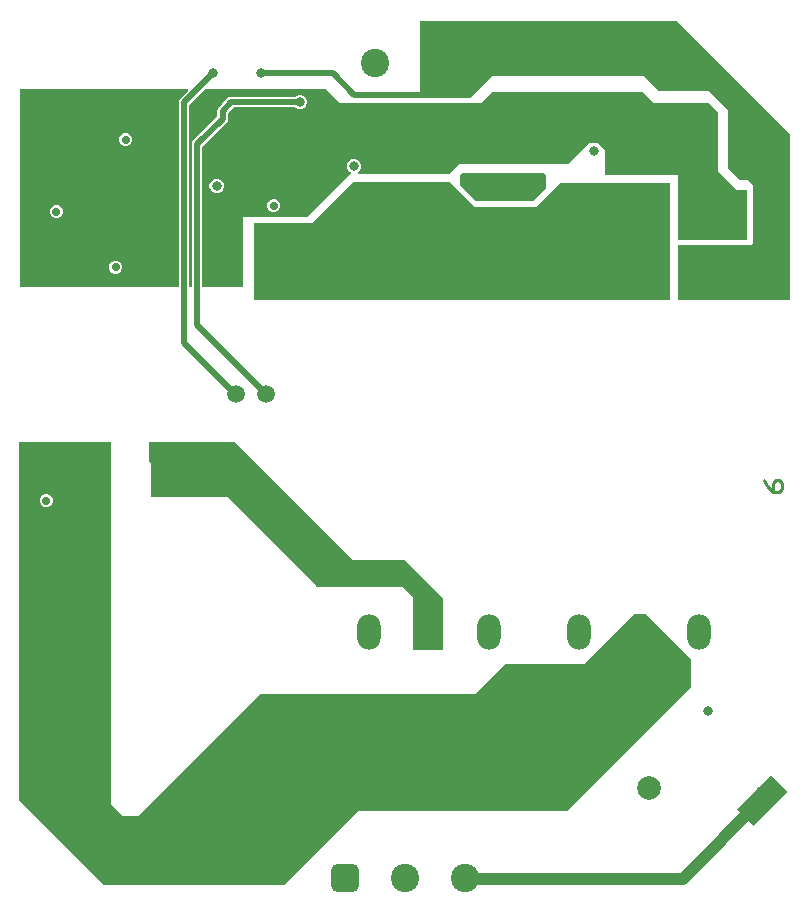
<source format=gbl>
G04*
G04 #@! TF.GenerationSoftware,Altium Limited,Altium Designer,24.3.1 (35)*
G04*
G04 Layer_Physical_Order=6*
G04 Layer_Color=16711680*
%FSLAX44Y44*%
%MOMM*%
G71*
G04*
G04 #@! TF.SameCoordinates,EE9A5EF0-155C-4C8F-B462-BE7DD29FB847*
G04*
G04*
G04 #@! TF.FilePolarity,Positive*
G04*
G01*
G75*
%ADD11C,0.2540*%
%ADD12C,1.0000*%
%ADD60C,0.5000*%
G04:AMPARAMS|DCode=73|XSize=2.4mm|YSize=2.4mm|CornerRadius=0.6mm|HoleSize=0mm|Usage=FLASHONLY|Rotation=0.000|XOffset=0mm|YOffset=0mm|HoleType=Round|Shape=RoundedRectangle|*
%AMROUNDEDRECTD73*
21,1,2.4000,1.2000,0,0,0.0*
21,1,1.2000,2.4000,0,0,0.0*
1,1,1.2000,0.6000,-0.6000*
1,1,1.2000,-0.6000,-0.6000*
1,1,1.2000,-0.6000,0.6000*
1,1,1.2000,0.6000,0.6000*
%
%ADD73ROUNDEDRECTD73*%
%ADD74C,2.4000*%
%ADD75C,1.5000*%
%ADD76O,2.0000X3.0000*%
%ADD77C,2.0000*%
%ADD78C,0.7000*%
%ADD79C,0.8000*%
%ADD80C,1.0000*%
%ADD81R,25.0277X3.7099*%
G36*
X274500Y696750D02*
X395250D01*
X404068Y705568D01*
X531432D01*
X540250Y696750D01*
X587500Y696750D01*
X595750Y688500D01*
Y638250D01*
X611543Y622457D01*
X619750D01*
X619750Y580500D01*
X561250D01*
Y635150D01*
X499550D01*
X499550Y656450D01*
X493412Y662588D01*
X486338Y662588D01*
X468207Y644457D01*
X375957D01*
X368138Y636638D01*
X290715D01*
X290454Y637869D01*
X290453Y637908D01*
X292135Y639589D01*
X293048Y641794D01*
Y644181D01*
X292135Y646386D01*
X290447Y648074D01*
X288242Y648988D01*
X285855D01*
X283650Y648074D01*
X281962Y646386D01*
X281048Y644181D01*
Y641794D01*
X281962Y639589D01*
X283650Y637901D01*
X284363Y637606D01*
X284610Y636360D01*
X247750Y599500D01*
X193500D01*
Y540323D01*
X158838D01*
Y609162D01*
Y636638D01*
Y659600D01*
X179234Y679996D01*
X180229Y681484D01*
X180578Y683240D01*
Y688090D01*
X185151Y692662D01*
X237603D01*
X238101Y692163D01*
X240306Y691250D01*
X242694D01*
X244899Y692163D01*
X246587Y693851D01*
X247500Y696057D01*
Y696750D01*
Y698444D01*
X246587Y700649D01*
X244899Y702337D01*
X242694Y703250D01*
X240306D01*
X238101Y702337D01*
X237603Y701838D01*
X183250D01*
X181494Y701489D01*
X180006Y700494D01*
X175088Y695577D01*
D01*
X174611Y695099D01*
X172746Y693234D01*
X171751Y691746D01*
X171402Y689990D01*
Y685141D01*
X151006Y664744D01*
X150011Y663256D01*
X149662Y661500D01*
Y540323D01*
X147838D01*
Y620521D01*
Y695099D01*
X160827Y708088D01*
X263162D01*
X274500Y696750D01*
D02*
G37*
G36*
X447500Y637500D02*
X450000Y635000D01*
Y624099D01*
X439651Y613750D01*
X389550D01*
X376500Y626800D01*
X376500Y634900D01*
X379100Y637500D01*
X447500Y637500D01*
D02*
G37*
G36*
X389250Y608500D02*
X441250D01*
X461707Y628957D01*
X554750D01*
Y529750D01*
X202250D01*
Y594500D01*
X251750Y594500D01*
X286961Y629711D01*
X368039D01*
X389250Y608500D01*
D02*
G37*
G36*
X146676Y706915D02*
X140006Y700244D01*
X139011Y698756D01*
X138662Y697000D01*
Y540323D01*
X4276D01*
Y708088D01*
X146190D01*
X146676Y706915D01*
D02*
G37*
G36*
X656500Y670000D02*
X656500Y529750D01*
X561250Y529750D01*
Y576173D01*
X622923D01*
X625000Y578250D01*
Y626950D01*
X620450Y631500D01*
X613500Y631500D01*
X603750Y641250D01*
Y690500D01*
X587750Y706500D01*
X545450D01*
X532700Y719250D01*
X404250D01*
X385779Y700779D01*
X343409D01*
X343400Y700800D01*
Y765750D01*
X560750D01*
X656500Y670000D01*
D02*
G37*
G36*
X286185Y309750D02*
X330000D01*
X362250Y277500D01*
X362250Y233685D01*
X338273Y233664D01*
X337375Y234561D01*
Y277400D01*
X337375Y277400D01*
X337350Y277460D01*
Y278150D01*
X328500Y287000D01*
X255840D01*
X180090Y362750D01*
X115500D01*
Y390849D01*
X113200Y393148D01*
Y409148D01*
X186786D01*
X286185Y309750D01*
D02*
G37*
G36*
X81300Y103200D02*
X91750Y92750D01*
X104250D01*
X207750Y196250D01*
X389469D01*
X414720Y221500D01*
X481750D01*
X523921Y263671D01*
X534068Y263671D01*
X572500Y225239D01*
Y201750D01*
X467842Y97092D01*
X290312Y97092D01*
X227969Y34750D01*
X75000D01*
Y35000D01*
X3750Y106000D01*
X3750Y409121D01*
X81300D01*
Y103200D01*
D02*
G37*
G36*
X654032Y113218D02*
X625495Y84680D01*
X611353Y98822D01*
X639890Y127360D01*
X654032Y113218D01*
D02*
G37*
%LPC*%
G36*
X171943Y632439D02*
X169557D01*
X167351Y631526D01*
X165663Y629838D01*
X164750Y627633D01*
Y625246D01*
X165663Y623041D01*
X167351Y621353D01*
X169557Y620439D01*
X171943D01*
X174149Y621353D01*
X175837Y623041D01*
X176750Y625246D01*
Y627633D01*
X175837Y629838D01*
X174149Y631526D01*
X171943Y632439D01*
D02*
G37*
G36*
X220344Y615000D02*
X218156D01*
X216134Y614163D01*
X214587Y612616D01*
X213750Y610594D01*
Y608406D01*
X214587Y606385D01*
X216134Y604837D01*
X218156Y604000D01*
X220344D01*
X222365Y604837D01*
X223913Y606385D01*
X224750Y608406D01*
Y610594D01*
X223913Y612616D01*
X222365Y614163D01*
X220344Y615000D01*
D02*
G37*
G36*
X528250Y568086D02*
X525639Y567743D01*
X523207Y566735D01*
X521118Y565132D01*
X519515Y563043D01*
X518507Y560611D01*
X518164Y558000D01*
Y548000D01*
X518507Y545390D01*
X519515Y542957D01*
X521118Y540868D01*
X523207Y539265D01*
X525639Y538257D01*
X528250Y537914D01*
X530861Y538257D01*
X533293Y539265D01*
X535382Y540868D01*
X536985Y542957D01*
X537993Y545390D01*
X538336Y548000D01*
Y558000D01*
X537993Y560611D01*
X536985Y563043D01*
X535382Y565132D01*
X533293Y566735D01*
X530861Y567743D01*
X528250Y568086D01*
D02*
G37*
G36*
X477450D02*
X474840Y567743D01*
X472407Y566735D01*
X470318Y565132D01*
X468715Y563043D01*
X467707Y560611D01*
X467364Y558000D01*
Y548000D01*
X467707Y545390D01*
X468715Y542957D01*
X470318Y540868D01*
X472407Y539265D01*
X474840Y538257D01*
X477450Y537914D01*
X480061Y538257D01*
X482493Y539265D01*
X484582Y540868D01*
X486185Y542957D01*
X487193Y545390D01*
X487536Y548000D01*
Y558000D01*
X487193Y560611D01*
X486185Y563043D01*
X484582Y565132D01*
X482493Y566735D01*
X480061Y567743D01*
X477450Y568086D01*
D02*
G37*
G36*
X401250D02*
X398639Y567743D01*
X396207Y566735D01*
X394118Y565132D01*
X392515Y563043D01*
X391507Y560611D01*
X391164Y558000D01*
Y548000D01*
X391507Y545390D01*
X392515Y542957D01*
X394118Y540868D01*
X396207Y539265D01*
X398639Y538257D01*
X401250Y537914D01*
X403861Y538257D01*
X406293Y539265D01*
X408382Y540868D01*
X409985Y542957D01*
X410993Y545390D01*
X411336Y548000D01*
Y558000D01*
X410993Y560611D01*
X409985Y563043D01*
X408382Y565132D01*
X406293Y566735D01*
X403861Y567743D01*
X401250Y568086D01*
D02*
G37*
G36*
X299650D02*
X297040Y567743D01*
X294607Y566735D01*
X292518Y565132D01*
X290915Y563043D01*
X289907Y560611D01*
X289564Y558000D01*
Y548000D01*
X289907Y545390D01*
X290915Y542957D01*
X292518Y540868D01*
X294607Y539265D01*
X297040Y538257D01*
X299650Y537914D01*
X302261Y538257D01*
X304693Y539265D01*
X306782Y540868D01*
X308385Y542957D01*
X309393Y545390D01*
X309736Y548000D01*
Y558000D01*
X309393Y560611D01*
X308385Y563043D01*
X306782Y565132D01*
X304693Y566735D01*
X302261Y567743D01*
X299650Y568086D01*
D02*
G37*
G36*
X94844Y671003D02*
X92656D01*
X90634Y670165D01*
X89087Y668618D01*
X88250Y666597D01*
Y664409D01*
X89087Y662387D01*
X90634Y660840D01*
X92656Y660003D01*
X94844D01*
X96866Y660840D01*
X98413Y662387D01*
X99250Y664409D01*
Y666597D01*
X98413Y668618D01*
X96866Y670165D01*
X94844Y671003D01*
D02*
G37*
G36*
X36344Y609880D02*
X34156D01*
X32134Y609043D01*
X30587Y607495D01*
X29750Y605474D01*
Y603286D01*
X30587Y601264D01*
X32134Y599717D01*
X34156Y598880D01*
X36344D01*
X38365Y599717D01*
X39913Y601264D01*
X40750Y603286D01*
Y605474D01*
X39913Y607495D01*
X38365Y609043D01*
X36344Y609880D01*
D02*
G37*
G36*
X86344Y563003D02*
X84156D01*
X82135Y562166D01*
X80587Y560619D01*
X79750Y558597D01*
Y556409D01*
X80587Y554388D01*
X82135Y552841D01*
X84156Y552003D01*
X86344D01*
X88365Y552841D01*
X89913Y554388D01*
X90750Y556409D01*
Y558597D01*
X89913Y560619D01*
X88365Y562166D01*
X86344Y563003D01*
D02*
G37*
G36*
X27594Y365250D02*
X25406D01*
X23385Y364413D01*
X21837Y362865D01*
X21000Y360844D01*
Y358656D01*
X21837Y356634D01*
X23385Y355087D01*
X25406Y354250D01*
X27594D01*
X29616Y355087D01*
X31163Y356634D01*
X32000Y358656D01*
Y360844D01*
X31163Y362865D01*
X29616Y364413D01*
X27594Y365250D01*
D02*
G37*
%LPD*%
D11*
X634225Y377447D02*
X636764Y372368D01*
X641842Y367290D01*
X646921D01*
X649460Y369829D01*
Y374907D01*
X646921Y377447D01*
X644382D01*
X641842Y374907D01*
Y367290D01*
D12*
X381238Y39562D02*
X565695D01*
X632926Y106793D01*
Y113215D01*
D60*
X287500Y703250D02*
X345276D01*
X269250Y721500D02*
X287500Y703250D01*
X348205Y706179D02*
Y712805D01*
X345276Y703250D02*
X348205Y706179D01*
Y712805D02*
X355400Y720000D01*
X208250Y721500D02*
X269250D01*
X154250Y508450D02*
Y661500D01*
Y508450D02*
X212700Y450000D01*
X154250Y661500D02*
X175990Y683240D01*
Y689990D01*
X183250Y697250D01*
X241500D01*
X143250Y493000D02*
X186250Y450000D01*
X187300D01*
X143250Y493000D02*
Y697000D01*
X167750Y721500D01*
D73*
X279200Y40000D02*
D03*
X355400Y730000D02*
D03*
D74*
X330000Y40000D02*
D03*
X380800D02*
D03*
X304600Y730000D02*
D03*
D75*
X212700Y450000D02*
D03*
X187300D02*
D03*
D76*
X528289Y248671D02*
D03*
X477489D02*
D03*
X579089D02*
D03*
X299689D02*
D03*
X350489D02*
D03*
X401289D02*
D03*
X528250Y553000D02*
D03*
X477450D02*
D03*
X579050D02*
D03*
X299650D02*
D03*
X350450D02*
D03*
X401250D02*
D03*
D77*
X537000Y116750D02*
D03*
D78*
X166000Y690514D02*
D03*
X132651Y690590D02*
D03*
X153330D02*
D03*
X160080Y690514D02*
D03*
X125640Y690590D02*
D03*
X118640D02*
D03*
X111580D02*
D03*
X104580D02*
D03*
X97580D02*
D03*
X90580D02*
D03*
X388700Y597479D02*
D03*
X388850Y590148D02*
D03*
Y583423D02*
D03*
X395750Y590273D02*
D03*
X395658Y583163D02*
D03*
Y597479D02*
D03*
X395750Y604380D02*
D03*
X453590Y604283D02*
D03*
X450580Y211564D02*
D03*
Y197364D02*
D03*
Y204364D02*
D03*
X465080Y211564D02*
D03*
Y197364D02*
D03*
Y204364D02*
D03*
X457830D02*
D03*
Y197364D02*
D03*
Y211564D02*
D03*
X424963Y548110D02*
D03*
X432213D02*
D03*
Y555109D02*
D03*
X424963D02*
D03*
Y562119D02*
D03*
X432213D02*
D03*
X431975Y576188D02*
D03*
X432067Y569188D02*
D03*
X431975Y583198D02*
D03*
Y590273D02*
D03*
X380184Y633748D02*
D03*
X380184Y627951D02*
D03*
X399434Y633977D02*
D03*
X399434Y628180D02*
D03*
X425438Y633754D02*
D03*
X425437Y627957D02*
D03*
X425861Y619179D02*
D03*
X432883Y619198D02*
D03*
X440012D02*
D03*
X404639Y619179D02*
D03*
X419139D02*
D03*
X411889D02*
D03*
X397616Y619121D02*
D03*
X390802Y619045D02*
D03*
X446451Y627660D02*
D03*
X446451Y633457D02*
D03*
X14221Y342608D02*
D03*
X21636Y252065D02*
D03*
X14636D02*
D03*
X21636Y259065D02*
D03*
X14636D02*
D03*
X15166Y188806D02*
D03*
X22166D02*
D03*
X15166Y181735D02*
D03*
X22166D02*
D03*
X15166Y174725D02*
D03*
X22166D02*
D03*
X15166Y167725D02*
D03*
X22166D02*
D03*
X14916Y216806D02*
D03*
X21916D02*
D03*
X14916Y209735D02*
D03*
X21916D02*
D03*
X14916Y202725D02*
D03*
X21916D02*
D03*
X14916Y195725D02*
D03*
X21916D02*
D03*
X14666Y245056D02*
D03*
X21666D02*
D03*
X14666Y237985D02*
D03*
X21666D02*
D03*
X14666Y230975D02*
D03*
X21666D02*
D03*
X14666Y223975D02*
D03*
X21666D02*
D03*
X21886Y146565D02*
D03*
X14886D02*
D03*
X21886Y153565D02*
D03*
X14886D02*
D03*
X21886Y160575D02*
D03*
X14886D02*
D03*
X21886Y125565D02*
D03*
X14886D02*
D03*
X21886Y132565D02*
D03*
X14886D02*
D03*
X21886Y139575D02*
D03*
X14886D02*
D03*
X21890Y104565D02*
D03*
X14827D02*
D03*
X21886Y111565D02*
D03*
X14827D02*
D03*
X21886Y118575D02*
D03*
X14827Y118575D02*
D03*
X21890Y97555D02*
D03*
X21018Y343473D02*
D03*
Y336473D02*
D03*
X14077D02*
D03*
X21518Y273054D02*
D03*
X14577D02*
D03*
X21518Y265983D02*
D03*
X14577D02*
D03*
X21268Y301054D02*
D03*
X14327D02*
D03*
X21268Y293983D02*
D03*
X14327D02*
D03*
X21268Y286973D02*
D03*
X14327D02*
D03*
X21268Y279973D02*
D03*
X14327D02*
D03*
X21018Y329304D02*
D03*
X14077D02*
D03*
X21018Y322233D02*
D03*
X14077D02*
D03*
X21018Y315223D02*
D03*
X14077D02*
D03*
X21018Y308223D02*
D03*
X14077D02*
D03*
X257158Y311056D02*
D03*
X250029D02*
D03*
X257195Y304056D02*
D03*
X250095D02*
D03*
X250029Y318085D02*
D03*
X257158D02*
D03*
X135408Y397306D02*
D03*
X128279D02*
D03*
X135445Y390306D02*
D03*
X128345D02*
D03*
X128279Y404334D02*
D03*
X135408D02*
D03*
X185914Y683572D02*
D03*
Y676444D02*
D03*
X192914Y683609D02*
D03*
Y676509D02*
D03*
X542668Y690574D02*
D03*
X535540D02*
D03*
X535605Y676546D02*
D03*
X542705D02*
D03*
X535540Y683546D02*
D03*
X542668D02*
D03*
X423526Y690051D02*
D03*
X416397D02*
D03*
X416463Y676023D02*
D03*
X423563D02*
D03*
X416397Y683023D02*
D03*
X423526D02*
D03*
X512327Y691051D02*
D03*
X505199D02*
D03*
X505264Y677023D02*
D03*
X512364D02*
D03*
X505199Y684023D02*
D03*
X512327D02*
D03*
X454077Y742900D02*
D03*
X446949D02*
D03*
X447014Y728872D02*
D03*
X454114D02*
D03*
X446949Y735872D02*
D03*
X454077D02*
D03*
X423827Y742801D02*
D03*
X416699D02*
D03*
X416764Y728773D02*
D03*
X423864D02*
D03*
X416699Y735773D02*
D03*
X423827D02*
D03*
X542668Y753074D02*
D03*
X535540D02*
D03*
X535605Y739045D02*
D03*
X542705D02*
D03*
X535540Y746045D02*
D03*
X542668D02*
D03*
X630327Y661801D02*
D03*
X623199D02*
D03*
X623264Y647773D02*
D03*
X630364D02*
D03*
X623199Y654773D02*
D03*
X630327D02*
D03*
X600077Y607639D02*
D03*
X592948D02*
D03*
X593014Y593610D02*
D03*
X600114D02*
D03*
X592948Y600611D02*
D03*
X600077D02*
D03*
X599827Y560051D02*
D03*
X592699D02*
D03*
X592764Y546023D02*
D03*
X599864D02*
D03*
X592699Y553023D02*
D03*
X599827D02*
D03*
X293390Y616202D02*
D03*
X285963D02*
D03*
Y623201D02*
D03*
X293390D02*
D03*
X278862Y616202D02*
D03*
X272077Y595195D02*
D03*
X265090D02*
D03*
X271758Y609223D02*
D03*
Y602195D02*
D03*
X279007Y595195D02*
D03*
Y602195D02*
D03*
Y609195D02*
D03*
X425253Y575998D02*
D03*
Y568998D02*
D03*
Y583008D02*
D03*
Y604148D02*
D03*
Y597148D02*
D03*
Y590148D02*
D03*
X432067Y604225D02*
D03*
X431975Y597324D02*
D03*
X293284Y588007D02*
D03*
Y580947D02*
D03*
Y573947D02*
D03*
X293390Y609223D02*
D03*
Y602223D02*
D03*
Y595223D02*
D03*
X286140D02*
D03*
Y602223D02*
D03*
Y609223D02*
D03*
X374090Y618834D02*
D03*
X381090Y611734D02*
D03*
X374090Y611834D02*
D03*
X381500Y604806D02*
D03*
Y597806D02*
D03*
Y590806D02*
D03*
X388850Y604614D02*
D03*
X374250Y590806D02*
D03*
Y597806D02*
D03*
Y604806D02*
D03*
X381500Y583666D02*
D03*
X374250D02*
D03*
Y576656D02*
D03*
X381500D02*
D03*
Y569656D02*
D03*
X374250D02*
D03*
X314590Y541523D02*
D03*
X321840D02*
D03*
Y548523D02*
D03*
X314590D02*
D03*
X335812D02*
D03*
X329090D02*
D03*
Y541523D02*
D03*
X335904D02*
D03*
X335812Y555533D02*
D03*
Y562607D02*
D03*
Y569849D02*
D03*
X335904Y576750D02*
D03*
X314590Y576673D02*
D03*
Y569673D02*
D03*
Y562673D02*
D03*
Y555533D02*
D03*
X329090Y576673D02*
D03*
Y569673D02*
D03*
Y562673D02*
D03*
Y555533D02*
D03*
X321840D02*
D03*
Y562673D02*
D03*
Y569673D02*
D03*
Y576673D02*
D03*
X208126Y559884D02*
D03*
Y566884D02*
D03*
Y573884D02*
D03*
Y580884D02*
D03*
Y553194D02*
D03*
X215126Y559884D02*
D03*
Y566884D02*
D03*
Y573884D02*
D03*
Y580884D02*
D03*
Y553194D02*
D03*
X257840Y588173D02*
D03*
Y553423D02*
D03*
Y581113D02*
D03*
Y574113D02*
D03*
Y567113D02*
D03*
Y560113D02*
D03*
X265090D02*
D03*
Y567113D02*
D03*
Y574113D02*
D03*
Y581113D02*
D03*
Y553423D02*
D03*
Y588173D02*
D03*
X250590Y560113D02*
D03*
Y567113D02*
D03*
Y574113D02*
D03*
Y581113D02*
D03*
Y553423D02*
D03*
Y588173D02*
D03*
X243421D02*
D03*
Y553423D02*
D03*
Y581113D02*
D03*
Y574113D02*
D03*
Y567113D02*
D03*
Y560113D02*
D03*
X236350Y588173D02*
D03*
Y553423D02*
D03*
Y581113D02*
D03*
Y574113D02*
D03*
Y567113D02*
D03*
Y560113D02*
D03*
X229340Y553423D02*
D03*
Y581113D02*
D03*
Y574113D02*
D03*
Y567113D02*
D03*
Y560113D02*
D03*
X222340Y553423D02*
D03*
Y581113D02*
D03*
Y574113D02*
D03*
Y567113D02*
D03*
Y560113D02*
D03*
X286136Y567113D02*
D03*
X279136D02*
D03*
X272077D02*
D03*
X286136Y574113D02*
D03*
X279136D02*
D03*
X272077D02*
D03*
X286136Y581113D02*
D03*
X279136D02*
D03*
X272077D02*
D03*
X286136Y588173D02*
D03*
X279136D02*
D03*
X272077D02*
D03*
X271904Y560113D02*
D03*
X278963D02*
D03*
X285963D02*
D03*
X271904Y553500D02*
D03*
X278862Y553349D02*
D03*
X285748Y553235D02*
D03*
X367028Y583946D02*
D03*
Y576946D02*
D03*
Y569946D02*
D03*
X359778D02*
D03*
Y576946D02*
D03*
Y583946D02*
D03*
X367028Y625946D02*
D03*
Y618946D02*
D03*
Y611946D02*
D03*
X359778Y604806D02*
D03*
Y611946D02*
D03*
Y618946D02*
D03*
Y625946D02*
D03*
Y597796D02*
D03*
X367028Y604806D02*
D03*
Y597796D02*
D03*
X359778Y590796D02*
D03*
X367028D02*
D03*
X551278Y583173D02*
D03*
Y576173D02*
D03*
Y569173D02*
D03*
X544028Y562033D02*
D03*
Y569173D02*
D03*
Y576173D02*
D03*
Y583173D02*
D03*
Y555023D02*
D03*
X551278Y562033D02*
D03*
Y555023D02*
D03*
X544028Y548023D02*
D03*
X551278D02*
D03*
Y590273D02*
D03*
X544028D02*
D03*
X551278Y597273D02*
D03*
Y604283D02*
D03*
X544028Y597273D02*
D03*
Y625423D02*
D03*
Y618423D02*
D03*
Y611423D02*
D03*
Y604283D02*
D03*
X551278Y611423D02*
D03*
Y618423D02*
D03*
Y625423D02*
D03*
X499340Y574173D02*
D03*
Y567173D02*
D03*
Y560173D02*
D03*
Y553033D02*
D03*
X506590D02*
D03*
Y560173D02*
D03*
Y567173D02*
D03*
Y574173D02*
D03*
X492090Y553033D02*
D03*
Y560173D02*
D03*
Y567173D02*
D03*
Y574173D02*
D03*
X513404Y574250D02*
D03*
X513312Y567349D02*
D03*
Y560107D02*
D03*
Y553033D02*
D03*
X513404Y539023D02*
D03*
X506590D02*
D03*
Y546023D02*
D03*
X513312D02*
D03*
X492090D02*
D03*
X499340D02*
D03*
Y539023D02*
D03*
X492090D02*
D03*
X446340Y583423D02*
D03*
Y576423D02*
D03*
Y569423D02*
D03*
Y562283D02*
D03*
X453590D02*
D03*
Y569423D02*
D03*
Y576423D02*
D03*
Y583423D02*
D03*
X439090Y562283D02*
D03*
Y569423D02*
D03*
Y576423D02*
D03*
Y583423D02*
D03*
X460404Y583500D02*
D03*
X467362Y583349D02*
D03*
X460312Y576599D02*
D03*
X467335Y569423D02*
D03*
X474248Y583235D02*
D03*
X467258Y576485D02*
D03*
X460312Y569357D02*
D03*
Y562283D02*
D03*
X460404Y548273D02*
D03*
X474248Y576371D02*
D03*
X453590Y548273D02*
D03*
Y555273D02*
D03*
X460312D02*
D03*
X439090D02*
D03*
X446340D02*
D03*
Y548273D02*
D03*
X439090D02*
D03*
X446340Y604283D02*
D03*
X453590Y611423D02*
D03*
X439090Y604283D02*
D03*
X467362Y625349D02*
D03*
X460312Y618599D02*
D03*
X474463Y604301D02*
D03*
X467335D02*
D03*
X474500Y611357D02*
D03*
X467335Y611423D02*
D03*
X474248Y625235D02*
D03*
X467258Y618485D02*
D03*
X460312Y611357D02*
D03*
Y604283D02*
D03*
X467400Y590273D02*
D03*
X460404D02*
D03*
X474500D02*
D03*
X474248Y618371D02*
D03*
X453590Y590273D02*
D03*
Y597273D02*
D03*
X460312D02*
D03*
X467335D02*
D03*
X474463D02*
D03*
X439090D02*
D03*
X446340D02*
D03*
Y590273D02*
D03*
X439090D02*
D03*
X219250Y609500D02*
D03*
X568919Y223786D02*
D03*
Y209586D02*
D03*
Y216586D02*
D03*
X561669D02*
D03*
Y209586D02*
D03*
Y223786D02*
D03*
X554500Y209586D02*
D03*
Y216586D02*
D03*
X547429Y209586D02*
D03*
Y216586D02*
D03*
X540419Y209586D02*
D03*
Y216586D02*
D03*
X554642Y223689D02*
D03*
X547429D02*
D03*
X540392D02*
D03*
X42311Y343463D02*
D03*
X49252D02*
D03*
X35193Y343371D02*
D03*
X28252D02*
D03*
X28327Y294249D02*
D03*
X35268D02*
D03*
X28327Y301248D02*
D03*
X35268D02*
D03*
X28327Y308258D02*
D03*
X35268D02*
D03*
X28327Y315329D02*
D03*
X35268D02*
D03*
X28577Y265998D02*
D03*
X35518D02*
D03*
X28577Y272998D02*
D03*
X35518D02*
D03*
X28577Y280008D02*
D03*
X35518D02*
D03*
X28577Y287079D02*
D03*
X35518D02*
D03*
X28827Y252008D02*
D03*
X35768D02*
D03*
X28827Y259079D02*
D03*
X35768D02*
D03*
X28327Y322499D02*
D03*
X35268D02*
D03*
X28327Y329498D02*
D03*
X35268D02*
D03*
X28327Y336508D02*
D03*
X35268D02*
D03*
X56327Y343600D02*
D03*
X63330Y336600D02*
D03*
Y343600D02*
D03*
Y350500D02*
D03*
Y357410D02*
D03*
Y364250D02*
D03*
Y371160D02*
D03*
Y377910D02*
D03*
Y384820D02*
D03*
X70330Y364250D02*
D03*
Y384779D02*
D03*
Y357370D02*
D03*
Y377909D02*
D03*
Y371120D02*
D03*
Y350500D02*
D03*
Y343596D02*
D03*
X41830Y691090D02*
D03*
X34830D02*
D03*
X27830D02*
D03*
X20830D02*
D03*
X48890D02*
D03*
X55890D02*
D03*
X62890D02*
D03*
X13840Y599920D02*
D03*
Y606920D02*
D03*
Y613920D02*
D03*
Y620920D02*
D03*
Y565170D02*
D03*
Y558170D02*
D03*
Y592860D02*
D03*
Y585860D02*
D03*
Y578860D02*
D03*
Y571860D02*
D03*
Y669920D02*
D03*
Y676920D02*
D03*
Y683920D02*
D03*
Y690920D02*
D03*
Y635170D02*
D03*
Y628170D02*
D03*
Y662860D02*
D03*
Y655860D02*
D03*
Y648860D02*
D03*
Y641860D02*
D03*
X36140Y83580D02*
D03*
X43140Y76580D02*
D03*
Y83580D02*
D03*
X50140Y69580D02*
D03*
Y76580D02*
D03*
Y83580D02*
D03*
X29077Y104600D02*
D03*
X57007Y62577D02*
D03*
Y69580D02*
D03*
Y76580D02*
D03*
Y83580D02*
D03*
X64017Y62577D02*
D03*
Y69580D02*
D03*
Y76577D02*
D03*
Y83580D02*
D03*
Y55636D02*
D03*
X71017Y62577D02*
D03*
Y69577D02*
D03*
Y76577D02*
D03*
Y83577D02*
D03*
Y48636D02*
D03*
Y55636D02*
D03*
X64077Y104600D02*
D03*
X71077D02*
D03*
X36136D02*
D03*
X43136D02*
D03*
X50136D02*
D03*
X57136D02*
D03*
X29077Y97590D02*
D03*
X64077D02*
D03*
X71077D02*
D03*
X78077D02*
D03*
X36136D02*
D03*
X43136D02*
D03*
X50136D02*
D03*
X57136D02*
D03*
X29077Y90590D02*
D03*
X64077D02*
D03*
X71077D02*
D03*
X78077D02*
D03*
X85077D02*
D03*
X36140D02*
D03*
X43140D02*
D03*
X50140D02*
D03*
X57136D02*
D03*
X50077Y125600D02*
D03*
X57077D02*
D03*
X64077D02*
D03*
X71077D02*
D03*
X29136D02*
D03*
X36136D02*
D03*
X43136D02*
D03*
X50077Y118590D02*
D03*
X57077D02*
D03*
X64077D02*
D03*
X71077D02*
D03*
X29136D02*
D03*
X36136D02*
D03*
X43136D02*
D03*
X50077Y111590D02*
D03*
X57077D02*
D03*
X64077D02*
D03*
X71077D02*
D03*
X29136D02*
D03*
X36136D02*
D03*
X43136D02*
D03*
X50077Y146600D02*
D03*
X57077D02*
D03*
X64077D02*
D03*
X71077D02*
D03*
X29136D02*
D03*
X36136D02*
D03*
X43136D02*
D03*
X50077Y139590D02*
D03*
X57077D02*
D03*
X64077D02*
D03*
X71077D02*
D03*
X29136D02*
D03*
X36136D02*
D03*
X43136D02*
D03*
X50077Y132590D02*
D03*
X57077D02*
D03*
X64077D02*
D03*
X71077D02*
D03*
X29136D02*
D03*
X36136D02*
D03*
X43136D02*
D03*
X49327Y336600D02*
D03*
X56327D02*
D03*
X70330D02*
D03*
X42386D02*
D03*
X49327Y329590D02*
D03*
X56327D02*
D03*
X63327D02*
D03*
X70327D02*
D03*
X42386D02*
D03*
X49327Y322590D02*
D03*
X56327D02*
D03*
X63327D02*
D03*
X70327D02*
D03*
X42386D02*
D03*
X42916Y210000D02*
D03*
X35916D02*
D03*
X28916D02*
D03*
X70857D02*
D03*
X63857D02*
D03*
X56857D02*
D03*
X49857D02*
D03*
X42916Y217000D02*
D03*
X35916D02*
D03*
X28916D02*
D03*
X70857D02*
D03*
X63857D02*
D03*
X56857D02*
D03*
X49857D02*
D03*
X42916Y224010D02*
D03*
X35916D02*
D03*
X28916D02*
D03*
X70857D02*
D03*
X63857D02*
D03*
X56857D02*
D03*
X49857D02*
D03*
X42916Y231081D02*
D03*
X35916D02*
D03*
X28916D02*
D03*
X70857D02*
D03*
X63857D02*
D03*
X56857D02*
D03*
X49857D02*
D03*
X43166Y181750D02*
D03*
X36166D02*
D03*
X29166D02*
D03*
X71107D02*
D03*
X64107D02*
D03*
X57107D02*
D03*
X50107D02*
D03*
X43166Y188750D02*
D03*
X36166D02*
D03*
X29166D02*
D03*
X71107D02*
D03*
X64107D02*
D03*
X57107D02*
D03*
X50107D02*
D03*
X43166Y195760D02*
D03*
X36166D02*
D03*
X29166D02*
D03*
X71107D02*
D03*
X64107D02*
D03*
X57107D02*
D03*
X50107D02*
D03*
X43166Y202831D02*
D03*
X36166D02*
D03*
X29166D02*
D03*
X71107D02*
D03*
X64107D02*
D03*
X57107D02*
D03*
X50107D02*
D03*
X43416Y153750D02*
D03*
X36416D02*
D03*
X29416D02*
D03*
X71357D02*
D03*
X64357D02*
D03*
X57357D02*
D03*
X50357D02*
D03*
X43416Y160750D02*
D03*
X36416D02*
D03*
X29416D02*
D03*
X71357D02*
D03*
X64357D02*
D03*
X57357D02*
D03*
X50357D02*
D03*
X43416Y167760D02*
D03*
X36416D02*
D03*
X29416D02*
D03*
X71357D02*
D03*
X64357D02*
D03*
X57357D02*
D03*
X50357D02*
D03*
X43416Y174831D02*
D03*
X36416D02*
D03*
X29416D02*
D03*
X71357D02*
D03*
X64357D02*
D03*
X57357D02*
D03*
X50357D02*
D03*
X49827Y259171D02*
D03*
X56827D02*
D03*
X63827D02*
D03*
X70827D02*
D03*
X42886D02*
D03*
X49827Y252100D02*
D03*
X56827D02*
D03*
X63827D02*
D03*
X70827D02*
D03*
X42886D02*
D03*
X49827Y245090D02*
D03*
X56827D02*
D03*
X63827D02*
D03*
X70827D02*
D03*
X28886D02*
D03*
X35886D02*
D03*
X42886D02*
D03*
X49827Y238090D02*
D03*
X56827D02*
D03*
X63827D02*
D03*
X70827D02*
D03*
X28886D02*
D03*
X35886D02*
D03*
X42886D02*
D03*
X49577Y287171D02*
D03*
X56577D02*
D03*
X63577D02*
D03*
X70577D02*
D03*
X42636D02*
D03*
X49577Y280100D02*
D03*
X56577D02*
D03*
X63577D02*
D03*
X70577D02*
D03*
X42636D02*
D03*
X49577Y273090D02*
D03*
X56577D02*
D03*
X63577D02*
D03*
X70577D02*
D03*
X42636D02*
D03*
X49577Y266090D02*
D03*
X56577D02*
D03*
X63577D02*
D03*
X70577D02*
D03*
X42636D02*
D03*
X49327Y315421D02*
D03*
X56327D02*
D03*
X63327D02*
D03*
X70327D02*
D03*
X42386D02*
D03*
X49327Y308350D02*
D03*
X56327D02*
D03*
X63327D02*
D03*
X70327D02*
D03*
X42386D02*
D03*
X49327Y301340D02*
D03*
X56327D02*
D03*
X63327D02*
D03*
X70327D02*
D03*
X42386D02*
D03*
X49327Y294340D02*
D03*
X56327D02*
D03*
X63327D02*
D03*
X70327D02*
D03*
X42386D02*
D03*
X93750Y665503D02*
D03*
X26500Y359750D02*
D03*
X35250Y604380D02*
D03*
X85250Y557503D02*
D03*
D79*
X167750Y721500D02*
D03*
X586750Y181250D02*
D03*
X208250Y721500D02*
D03*
X241500Y697250D02*
D03*
X170750Y626440D02*
D03*
X512250Y734000D02*
D03*
X287048Y642988D02*
D03*
X490250Y655990D02*
D03*
D80*
X647184Y113296D02*
D03*
X640040Y120047D02*
D03*
X640000Y106500D02*
D03*
X632926Y113215D02*
D03*
D81*
X414451Y551300D02*
D03*
M02*

</source>
